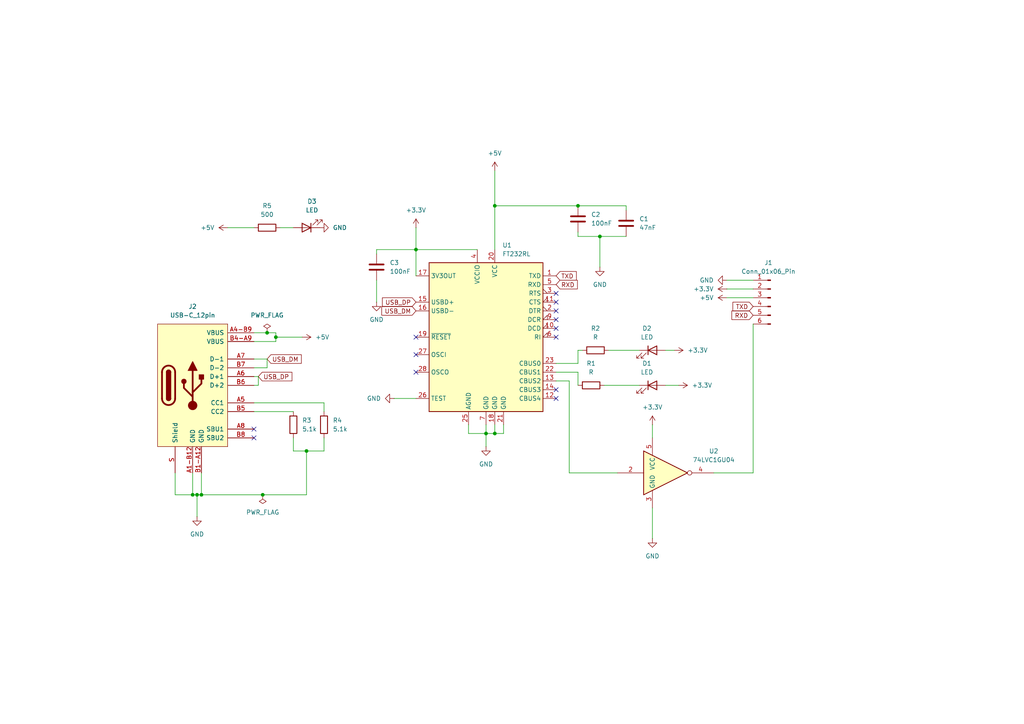
<source format=kicad_sch>
(kicad_sch (version 20231120) (generator "eeschema") (generator_version "8.0")
  (paper "A4")
  (lib_symbols
    (symbol "74xGxx:74LVC1GU04"
      (property "Reference" "U" (at -2.54 3.81 0))
      (property "Value" "74LVC1GU04" (at 0 -3.81 0))
      (symbol "74LVC1GU04_0_1"
        (polyline (pts (xy -7.62 6.35) (xy -7.62 -6.35) (xy 5.08 0) (xy -7.62 6.35)) (stroke (width 0.254)) (fill (type background)))
      )
      (symbol "74LVC1GU04_1_1"
        (pin input line (at -15.24 0 0) (length 7.62) (name "~") (number "2"))
        (pin power_in line (at -5.08 -10.16 90) (length 5.08) (name "GND") (number "3"))
        (pin output inverted (at 12.7 0 180) (length 7.62) (name "~") (number "4"))
        (pin power_in line (at -5.08 10.16 270) (length 5.08) (name "VCC") (number "5"))
      )
    )
    (symbol "Connector:Conn_01x06_Pin" (pin_names (offset 1.016) hide)
      (property "Reference" "J" (at 0 7.62 0))
      (property "Value" "Conn_01x06_Pin" (at 0 -10.16 0))
      (symbol "Conn_01x06_Pin_1_1"
        (polyline (pts (xy 1.27 -7.62) (xy 0.8636 -7.62)) (stroke (width 0.1524)))
        (polyline (pts (xy 1.27 -5.08) (xy 0.8636 -5.08)) (stroke (width 0.1524)))
        (polyline (pts (xy 1.27 -2.54) (xy 0.8636 -2.54)) (stroke (width 0.1524)))
        (polyline (pts (xy 1.27 0) (xy 0.8636 0)) (stroke (width 0.1524)))
        (polyline (pts (xy 1.27 2.54) (xy 0.8636 2.54)) (stroke (width 0.1524)))
        (polyline (pts (xy 1.27 5.08) (xy 0.8636 5.08)) (stroke (width 0.1524)))
        (rectangle (start 0.8636 -7.493) (end 0 -7.747) (stroke (width 0.1524)) (fill (type outline)))
        (rectangle (start 0.8636 -4.953) (end 0 -5.207) (stroke (width 0.1524)) (fill (type outline)))
        (rectangle (start 0.8636 -2.413) (end 0 -2.667) (stroke (width 0.1524)) (fill (type outline)))
        (rectangle (start 0.8636 0.127) (end 0 -0.127) (stroke (width 0.1524)) (fill (type outline)))
        (rectangle (start 0.8636 2.667) (end 0 2.413) (stroke (width 0.1524)) (fill (type outline)))
        (rectangle (start 0.8636 5.207) (end 0 4.953) (stroke (width 0.1524)) (fill (type outline)))
        (pin passive line (at 5.08 5.08 180) (length 3.81) (name "Pin_1") (number "1"))
        (pin passive line (at 5.08 2.54 180) (length 3.81) (name "Pin_2") (number "2"))
        (pin passive line (at 5.08 0 180) (length 3.81) (name "Pin_3") (number "3"))
        (pin passive line (at 5.08 -2.54 180) (length 3.81) (name "Pin_4") (number "4"))
        (pin passive line (at 5.08 -5.08 180) (length 3.81) (name "Pin_5") (number "5"))
        (pin passive line (at 5.08 -7.62 180) (length 3.81) (name "Pin_6") (number "6"))
      )
    )
    (symbol "Device:C" (pin_numbers hide) (pin_names (offset 0.254))
      (property "Reference" "C" (at 0.635 2.54 0))
      (property "Value" "C" (at 0.635 -2.54 0))
      (symbol "C_0_1"
        (polyline (pts (xy -2.032 -0.762) (xy 2.032 -0.762)) (stroke (width 0.508)))
        (polyline (pts (xy -2.032 0.762) (xy 2.032 0.762)) (stroke (width 0.508)))
      )
      (symbol "C_1_1"
        (pin passive line (at 0 3.81 270) (length 2.794) (name "~") (number "1"))
        (pin passive line (at 0 -3.81 90) (length 2.794) (name "~") (number "2"))
      )
    )
    (symbol "Device:LED" (pin_numbers hide) (pin_names (offset 1.016) hide)
      (property "Reference" "D" (at 0 2.54 0))
      (property "Value" "LED" (at 0 -2.54 0))
      (symbol "LED_0_1"
        (polyline (pts (xy -1.27 -1.27) (xy -1.27 1.27)) (stroke (width 0.254)))
        (polyline (pts (xy -1.27 0) (xy 1.27 0)))
        (polyline (pts (xy 1.27 -1.27) (xy 1.27 1.27) (xy -1.27 0) (xy 1.27 -1.27)) (stroke (width 0.254)))
        (polyline (pts (xy -3.048 -0.762) (xy -4.572 -2.286) (xy -3.81 -2.286) (xy -4.572 -2.286) (xy -4.572 -1.524)))
        (polyline (pts (xy -1.778 -0.762) (xy -3.302 -2.286) (xy -2.54 -2.286) (xy -3.302 -2.286) (xy -3.302 -1.524)))
      )
      (symbol "LED_1_1"
        (pin passive line (at -3.81 0 0) (length 2.54) (name "K") (number "1"))
        (pin passive line (at 3.81 0 180) (length 2.54) (name "A") (number "2"))
      )
    )
    (symbol "Device:R" (pin_numbers hide) (pin_names (offset 0))
      (property "Reference" "R" (at 2.032 0 90))
      (property "Value" "R" (at 0 0 90))
      (symbol "R_0_1"
        (rectangle (start -1.016 -2.54) (end 1.016 2.54) (stroke (width 0.254)))
      )
      (symbol "R_1_1"
        (pin passive line (at 0 3.81 270) (length 1.27) (name "~") (number "1"))
        (pin passive line (at 0 -3.81 90) (length 1.27) (name "~") (number "2"))
      )
    )
    (symbol "ENAC_robotique:USB-C_12pin" (pin_names (offset 1.016))
      (property "Reference" "J" (at -10.16 19.05 0))
      (property "Value" "USB-C_12pin" (at 10.16 20.32 0))
      (symbol "USB-C_12pin_0_1"
        (rectangle (start -10.16 17.78) (end 10.16 -17.78) (stroke (width 0.1524)) (fill (type background)))
        (arc (start -8.89 -3.81) (mid -6.985 -5.7067) (end -5.08 -3.81) (stroke (width 0.508)))
        (arc (start -7.62 -3.81) (mid -6.985 -4.4423) (end -6.35 -3.81) (stroke (width 0.254)))
        (arc (start -7.62 -3.81) (mid -6.985 -4.4423) (end -6.35 -3.81) (stroke (width 0.254)) (fill (type outline)))
        (rectangle (start -7.62 -3.81) (end -6.35 3.81) (stroke (width 0.254)) (fill (type outline)))
        (arc (start -6.35 3.81) (mid -6.985 4.4423) (end -7.62 3.81) (stroke (width 0.254)))
        (arc (start -6.35 3.81) (mid -6.985 4.4423) (end -7.62 3.81) (stroke (width 0.254)) (fill (type outline)))
        (arc (start -5.08 3.81) (mid -6.985 5.7067) (end -8.89 3.81) (stroke (width 0.508)))
        (circle (center -2.54 1.143) (radius 0.635) (stroke (width 0.254)) (fill (type outline)))
        (circle (center 0 -5.842) (radius 1.27) (fill (type outline)))
        (polyline (pts (xy -8.89 -3.81) (xy -8.89 3.81)) (stroke (width 0.508)))
        (polyline (pts (xy -5.08 3.81) (xy -5.08 -3.81)) (stroke (width 0.508)))
        (polyline (pts (xy 0 -5.842) (xy 0 4.318)) (stroke (width 0.508)))
        (polyline (pts (xy 0 -3.302) (xy -2.54 -0.762) (xy -2.54 0.508)) (stroke (width 0.508)))
        (polyline (pts (xy 0 -2.032) (xy 2.54 0.508) (xy 2.54 1.778)) (stroke (width 0.508)))
        (polyline (pts (xy -1.27 4.318) (xy 0 6.858) (xy 1.27 4.318) (xy -1.27 4.318)) (stroke (width 0.254)) (fill (type outline)))
        (rectangle (start 1.905 1.778) (end 3.175 3.048) (stroke (width 0.254)) (fill (type outline)))
      )
      (symbol "USB-C_12pin_1_1"
        (pin passive line (at 0 -25.4 90) (length 7.62) (name "GND") (number "A1-B12"))
        (pin passive line (at 17.78 15.24 180) (length 7.62) (name "VBUS") (number "A4-B9"))
        (pin bidirectional line (at 17.78 -5.08 180) (length 7.62) (name "CC1") (number "A5"))
        (pin bidirectional line (at 17.78 2.54 180) (length 7.62) (name "D+1") (number "A6"))
        (pin bidirectional line (at 17.78 7.62 180) (length 7.62) (name "D-1") (number "A7"))
        (pin bidirectional line (at 17.78 -12.7 180) (length 7.62) (name "SBU1") (number "A8"))
        (pin passive line (at 2.54 -25.4 90) (length 7.62) (name "GND") (number "B1-A12"))
        (pin passive line (at 17.78 12.7 180) (length 7.62) (name "VBUS") (number "B4-A9"))
        (pin bidirectional line (at 17.78 -7.62 180) (length 7.62) (name "CC2") (number "B5"))
        (pin bidirectional line (at 17.78 0 180) (length 7.62) (name "D+2") (number "B6"))
        (pin bidirectional line (at 17.78 5.08 180) (length 7.62) (name "D-2") (number "B7"))
        (pin bidirectional line (at 17.78 -15.24 180) (length 7.62) (name "SBU2") (number "B8"))
        (pin passive line (at -5.08 -25.4 90) (length 7.62) (name "Shield") (number "S"))
      )
    )
    (symbol "Interface_USB:FT232RL"
      (property "Reference" "U" (at -16.51 22.86 0))
      (property "Value" "FT232RL" (at 10.16 22.86 0))
      (symbol "FT232RL_0_1"
        (rectangle (start -16.51 21.59) (end 16.51 -21.59) (stroke (width 0.254)) (fill (type background)))
      )
      (symbol "FT232RL_1_1"
        (pin output line (at 20.32 17.78 180) (length 3.81) (name "TXD") (number "1"))
        (pin input input_low (at 20.32 2.54 180) (length 3.81) (name "DCD") (number "10"))
        (pin input input_low (at 20.32 10.16 180) (length 3.81) (name "CTS") (number "11"))
        (pin bidirectional line (at 20.32 -17.78 180) (length 3.81) (name "CBUS4") (number "12"))
        (pin bidirectional line (at 20.32 -12.7 180) (length 3.81) (name "CBUS2") (number "13"))
        (pin bidirectional line (at 20.32 -15.24 180) (length 3.81) (name "CBUS3") (number "14"))
        (pin bidirectional line (at -20.32 10.16 0) (length 3.81) (name "USBD+") (number "15"))
        (pin bidirectional line (at -20.32 7.62 0) (length 3.81) (name "USBD-") (number "16"))
        (pin power_out line (at -20.32 17.78 0) (length 3.81) (name "3V3OUT") (number "17"))
        (pin power_in line (at 2.54 -25.4 90) (length 3.81) (name "GND") (number "18"))
        (pin input line (at -20.32 0 0) (length 3.81) (name "~{RESET}") (number "19"))
        (pin output output_low (at 20.32 7.62 180) (length 3.81) (name "DTR") (number "2"))
        (pin power_in line (at 2.54 25.4 270) (length 3.81) (name "VCC") (number "20"))
        (pin power_in line (at 5.08 -25.4 90) (length 3.81) (name "GND") (number "21"))
        (pin bidirectional line (at 20.32 -10.16 180) (length 3.81) (name "CBUS1") (number "22"))
        (pin bidirectional line (at 20.32 -7.62 180) (length 3.81) (name "CBUS0") (number "23"))
        (pin power_in line (at -5.08 -25.4 90) (length 3.81) (name "AGND") (number "25"))
        (pin input line (at -20.32 -17.78 0) (length 3.81) (name "TEST") (number "26"))
        (pin input line (at -20.32 -5.08 0) (length 3.81) (name "OSCI") (number "27"))
        (pin output line (at -20.32 -10.16 0) (length 3.81) (name "OSCO") (number "28"))
        (pin output output_low (at 20.32 12.7 180) (length 3.81) (name "RTS") (number "3"))
        (pin power_in line (at -2.54 25.4 270) (length 3.81) (name "VCCIO") (number "4"))
        (pin input line (at 20.32 15.24 180) (length 3.81) (name "RXD") (number "5"))
        (pin input input_low (at 20.32 0 180) (length 3.81) (name "RI") (number "6"))
        (pin power_in line (at 0 -25.4 90) (length 3.81) (name "GND") (number "7"))
        (pin input input_low (at 20.32 5.08 180) (length 3.81) (name "DCR") (number "9"))
      )
    )
    (symbol "power:+3.3V" (power) (pin_numbers hide) (pin_names (offset 0) hide)
      (property "Value" "+3.3V" (at 0 3.556 0))
      (symbol "+3.3V_0_1"
        (polyline (pts (xy -0.762 1.27) (xy 0 2.54)))
        (polyline (pts (xy 0 0) (xy 0 2.54)))
        (polyline (pts (xy 0 2.54) (xy 0.762 1.27)))
      )
      (symbol "+3.3V_1_1"
        (pin power_in line (at 0 0 90) (length 0) (name "~") (number "1"))
      )
    )
    (symbol "power:+5V" (power) (pin_numbers hide) (pin_names (offset 0) hide)
      (property "Value" "+5V" (at 0 3.556 0))
      (symbol "+5V_0_1"
        (polyline (pts (xy -0.762 1.27) (xy 0 2.54)))
        (polyline (pts (xy 0 0) (xy 0 2.54)))
        (polyline (pts (xy 0 2.54) (xy 0.762 1.27)))
      )
      (symbol "+5V_1_1"
        (pin power_in line (at 0 0 90) (length 0) (name "~") (number "1"))
      )
    )
    (symbol "power:GND" (power) (pin_numbers hide) (pin_names (offset 0) hide)
      (property "Value" "GND" (at 0 -3.81 0))
      (symbol "GND_0_1"
        (polyline (pts (xy 0 0) (xy 0 -1.27) (xy 1.27 -1.27) (xy 0 -2.54) (xy -1.27 -1.27) (xy 0 -1.27)))
      )
      (symbol "GND_1_1"
        (pin power_in line (at 0 0 270) (length 0) (name "~") (number "1"))
      )
    )
    (symbol "power:PWR_FLAG" (power) (pin_numbers hide) (pin_names (offset 0) hide)
      (property "Value" "PWR_FLAG" (at 0 3.81 0))
      (symbol "PWR_FLAG_0_0"
        (pin power_out line (at 0 0 90) (length 0) (name "~") (number "1"))
      )
      (symbol "PWR_FLAG_0_1"
        (polyline (pts (xy 0 0) (xy 0 1.27) (xy -1.016 1.905) (xy 0 2.54) (xy 1.016 1.905) (xy 0 1.27)))
      )
    )
  )
  (junction (at 143.51 59.69))
  (junction (at 80.01 97.79))
  (junction (at 173.99 68.58))
  (junction (at 120.65 72.39))
  (junction (at 140.97 125.73))
  (junction (at 167.64 59.69))
  (junction (at 77.47 96.52))
  (junction (at 88.9 130.81))
  (junction (at 143.51 125.73))
  (junction (at 57.15 143.51))
  (junction (at 55.88 143.51))
  (junction (at 76.2 143.51))
  (junction (at 58.42 143.51))
  (no_connect (at 120.65 107.95))
  (no_connect (at 73.66 127))
  (no_connect (at 73.66 124.46))
  (no_connect (at 161.29 90.17))
  (no_connect (at 161.29 95.25))
  (no_connect (at 120.65 102.87))
  (no_connect (at 161.29 87.63))
  (no_connect (at 161.29 113.03))
  (no_connect (at 161.29 85.09))
  (no_connect (at 161.29 97.79))
  (no_connect (at 161.29 115.57))
  (no_connect (at 161.29 92.71))
  (no_connect (at 120.65 97.79))
  (wire (pts (xy 80.01 97.79) (xy 87.63 97.79)))
  (wire (pts (xy 161.29 110.49) (xy 165.1 110.49)))
  (wire (pts (xy 55.88 143.51) (xy 55.88 137.16)))
  (wire (pts (xy 73.66 96.52) (xy 77.47 96.52)))
  (wire (pts (xy 50.8 143.51) (xy 55.88 143.51)))
  (wire (pts (xy 58.42 137.16) (xy 58.42 143.51)))
  (wire (pts (xy 58.42 143.51) (xy 57.15 143.51)))
  (wire (pts (xy 80.01 96.52) (xy 80.01 97.79)))
  (wire (pts (xy 165.1 110.49) (xy 165.1 137.16)))
  (wire (pts (xy 167.64 107.95) (xy 167.64 111.76)))
  (wire (pts (xy 76.2 143.51) (xy 58.42 143.51)))
  (wire (pts (xy 165.1 137.16) (xy 179.07 137.16)))
  (wire (pts (xy 77.47 96.52) (xy 80.01 96.52)))
  (wire (pts (xy 93.98 127) (xy 93.98 130.81)))
  (wire (pts (xy 143.51 49.53) (xy 143.51 59.69)))
  (wire (pts (xy 207.01 137.16) (xy 218.44 137.16)))
  (wire (pts (xy 176.53 101.6) (xy 185.42 101.6)))
  (wire (pts (xy 168.91 101.6) (xy 167.64 101.6)))
  (wire (pts (xy 167.64 59.69) (xy 143.51 59.69)))
  (wire (pts (xy 167.64 68.58) (xy 173.99 68.58)))
  (wire (pts (xy 173.99 77.47) (xy 173.99 68.58)))
  (wire (pts (xy 50.8 137.16) (xy 50.8 143.51)))
  (wire (pts (xy 57.15 143.51) (xy 57.15 149.86)))
  (wire (pts (xy 161.29 107.95) (xy 167.64 107.95)))
  (wire (pts (xy 143.51 125.73) (xy 143.51 123.19)))
  (wire (pts (xy 120.65 72.39) (xy 138.43 72.39)))
  (wire (pts (xy 167.64 68.58) (xy 167.64 67.31)))
  (wire (pts (xy 73.66 111.76) (xy 74.93 111.76)))
  (wire (pts (xy 146.05 125.73) (xy 146.05 123.19)))
  (wire (pts (xy 88.9 130.81) (xy 88.9 143.51)))
  (wire (pts (xy 140.97 125.73) (xy 140.97 123.19)))
  (wire (pts (xy 73.66 119.38) (xy 85.09 119.38)))
  (wire (pts (xy 88.9 143.51) (xy 76.2 143.51)))
  (wire (pts (xy 181.61 59.69) (xy 181.61 60.96)))
  (wire (pts (xy 120.65 66.04) (xy 120.65 72.39)))
  (wire (pts (xy 218.44 93.98) (xy 218.44 137.16)))
  (wire (pts (xy 140.97 125.73) (xy 140.97 129.54)))
  (wire (pts (xy 80.01 97.79) (xy 80.01 99.06)))
  (wire (pts (xy 143.51 59.69) (xy 143.51 72.39)))
  (wire (pts (xy 140.97 125.73) (xy 143.51 125.73)))
  (wire (pts (xy 135.89 123.19) (xy 135.89 125.73)))
  (wire (pts (xy 93.98 116.84) (xy 93.98 119.38)))
  (wire (pts (xy 173.99 68.58) (xy 181.61 68.58)))
  (wire (pts (xy 80.01 99.06) (xy 73.66 99.06)))
  (wire (pts (xy 73.66 109.22) (xy 74.93 109.22)))
  (wire (pts (xy 109.22 81.28) (xy 109.22 87.63)))
  (wire (pts (xy 88.9 130.81) (xy 85.09 130.81)))
  (wire (pts (xy 193.04 101.6) (xy 195.58 101.6)))
  (wire (pts (xy 167.64 59.69) (xy 181.61 59.69)))
  (wire (pts (xy 210.82 83.82) (xy 218.44 83.82)))
  (wire (pts (xy 77.47 106.68) (xy 77.47 104.14)))
  (wire (pts (xy 85.09 130.81) (xy 85.09 127)))
  (wire (pts (xy 74.93 109.22) (xy 74.93 111.76)))
  (wire (pts (xy 210.82 86.36) (xy 218.44 86.36)))
  (wire (pts (xy 175.26 111.76) (xy 185.42 111.76)))
  (wire (pts (xy 73.66 116.84) (xy 93.98 116.84)))
  (wire (pts (xy 120.65 80.01) (xy 120.65 72.39)))
  (wire (pts (xy 93.98 130.81) (xy 88.9 130.81)))
  (wire (pts (xy 140.97 125.73) (xy 135.89 125.73)))
  (wire (pts (xy 167.64 105.41) (xy 161.29 105.41)))
  (wire (pts (xy 193.04 111.76) (xy 196.85 111.76)))
  (wire (pts (xy 114.3 115.57) (xy 120.65 115.57)))
  (wire (pts (xy 167.64 101.6) (xy 167.64 105.41)))
  (wire (pts (xy 189.23 123.19) (xy 189.23 127)))
  (wire (pts (xy 73.66 66.04) (xy 66.04 66.04)))
  (wire (pts (xy 210.82 81.28) (xy 218.44 81.28)))
  (wire (pts (xy 81.28 66.04) (xy 85.09 66.04)))
  (wire (pts (xy 189.23 147.32) (xy 189.23 156.21)))
  (wire (pts (xy 120.65 72.39) (xy 109.22 72.39)))
  (wire (pts (xy 57.15 143.51) (xy 55.88 143.51)))
  (wire (pts (xy 73.66 106.68) (xy 77.47 106.68)))
  (wire (pts (xy 77.47 104.14) (xy 73.66 104.14)))
  (wire (pts (xy 109.22 72.39) (xy 109.22 73.66)))
  (wire (pts (xy 143.51 125.73) (xy 146.05 125.73)))
  (global_label "TXD" (shape input) (at 161.29 80.01 0) (property "Intersheetrefs" "${INTERSHEET_REFS}" (effects (hide yes))))
  (global_label "RXD" (shape input) (at 161.29 82.55 0) (property "Intersheetrefs" "${INTERSHEET_REFS}" (effects (hide yes))))
  (global_label "USB_DM" (shape input) (at 77.47 104.14 0) (property "Intersheetrefs" "${INTERSHEET_REFS}" (effects (hide yes))))
  (global_label "USB_DP" (shape input) (at 120.65 87.63 180) (property "Intersheetrefs" "${INTERSHEET_REFS}" (effects (hide yes))))
  (global_label "USB_DM" (shape input) (at 120.65 90.17 180) (property "Intersheetrefs" "${INTERSHEET_REFS}" (effects (hide yes))))
  (global_label "TXD" (shape input) (at 218.44 88.9 180) (property "Intersheetrefs" "${INTERSHEET_REFS}" (effects (hide yes))))
  (global_label "RXD" (shape input) (at 218.44 91.44 180) (property "Intersheetrefs" "${INTERSHEET_REFS}" (effects (hide yes))))
  (global_label "USB_DP" (shape input) (at 74.93 109.22 0) (property "Intersheetrefs" "${INTERSHEET_REFS}" (effects (hide yes))))
  (symbol (lib_id "Connector:Conn_01x06_Pin") (at 223.52 86.36 0) (mirror y) (unit 1)
    (property "Reference" "J1" (at 222.885 76.2 0))
    (property "Value" "Conn_01x06_Pin" (at 222.885 78.74 0))
    (property "Footprint" "Connector_Molex:Molex_PicoBlade_53047-0610_1x06_P1.25mm_Vertical" (effects (hide yes)))
    (property "Description" "Generic connector, single row, 01x06, script generated" (effects (hide yes)))
  )
  (symbol (lib_id "power:GND") (at 109.22 87.63 0) (unit 1)
    (property "Reference" "#PWR02" (effects (hide yes)))
    (property "Value" "GND" (at 109.22 92.71 0))
    (property "Description" "Power symbol creates a global label with name \"GND\" , ground" (effects (hide yes)))
  )
  (symbol (lib_id "power:PWR_FLAG") (at 76.2 143.51 180) (unit 1)
    (property "Reference" "#FLG02" (effects (hide yes)))
    (property "Value" "PWR_FLAG" (at 76.2 148.59 0))
    (property "Description" "Special symbol for telling ERC where power comes from" (effects (hide yes)))
  )
  (symbol (lib_id "power:GND") (at 92.71 66.04 90) (unit 1)
    (property "Reference" "#PWR017" (effects (hide yes)))
    (property "Value" "GND" (at 96.52 66.0399 90) (effects (justify right)))
    (property "Description" "Power symbol creates a global label with name \"GND\" , ground" (effects (hide yes)))
  )
  (symbol (lib_id "power:+5V") (at 143.51 49.53 0) (unit 1)
    (property "Reference" "#PWR015" (effects (hide yes)))
    (property "Value" "+5V" (at 143.51 44.45 0))
    (property "Description" "Power symbol creates a global label with name \"+5V\"" (effects (hide yes)))
  )
  (symbol (lib_id "power:GND") (at 173.99 77.47 0) (unit 1)
    (property "Reference" "#PWR03" (effects (hide yes)))
    (property "Value" "GND" (at 173.99 82.55 0))
    (property "Description" "Power symbol creates a global label with name \"GND\" , ground" (effects (hide yes)))
  )
  (symbol (lib_id "power:PWR_FLAG") (at 77.47 96.52 0) (unit 1)
    (property "Reference" "#FLG01" (effects (hide yes)))
    (property "Value" "PWR_FLAG" (at 77.47 91.44 0))
    (property "Description" "Special symbol for telling ERC where power comes from" (effects (hide yes)))
  )
  (symbol (lib_id "power:+3.3V") (at 120.65 66.04 0) (unit 1)
    (property "Reference" "#PWR07" (effects (hide yes)))
    (property "Value" "+3.3V" (at 120.65 60.96 0))
    (property "Description" "Power symbol creates a global label with name \"+3.3V\"" (effects (hide yes)))
  )
  (symbol (lib_id "Device:C") (at 109.22 77.47 0) (unit 1)
    (property "Reference" "C3" (at 113.03 76.1999 0) (effects (justify left)))
    (property "Value" "100nF" (at 113.03 78.7399 0) (effects (justify left)))
    (property "Footprint" "Capacitor_SMD:C_0603_1608Metric" (effects (hide yes)))
    (property "Description" "Unpolarized capacitor" (effects (hide yes)))
  )
  (symbol (lib_id "74xGxx:74LVC1GU04") (at 194.31 137.16 0) (unit 1)
    (property "Reference" "U2" (at 207.01 130.8414 0))
    (property "Value" "74LVC1GU04" (at 207.01 133.3814 0))
    (property "Footprint" "Package_TO_SOT_SMD:SOT-353_SC-70-5" (effects (hide yes)))
    (property "Datasheet" "http://www.ti.com/lit/sg/scyt129e/scyt129e.pdf" (effects (hide yes)))
    (property "Description" "74LVC1G04, Single NOT Gate, Low-Voltage CMOS" (effects (hide yes)))
  )
  (symbol (lib_id "Device:LED") (at 189.23 101.6 0) (unit 1)
    (property "Reference" "D2" (at 187.6425 95.25 0))
    (property "Value" "LED" (at 187.6425 97.79 0))
    (property "Footprint" "LED_SMD:LED_0603_1608Metric" (effects (hide yes)))
    (property "Description" "Light emitting diode" (effects (hide yes)))
  )
  (symbol (lib_id "Device:R") (at 85.09 123.19 0) (unit 1)
    (property "Reference" "R3" (at 87.63 121.9199 0) (effects (justify left)))
    (property "Value" "5.1k" (at 87.63 124.4599 0) (effects (justify left)))
    (property "Footprint" "Resistor_SMD:R_0603_1608Metric" (effects (hide yes)))
    (property "Description" "Resistor" (effects (hide yes)))
  )
  (symbol (lib_id "Device:R") (at 93.98 123.19 0) (unit 1)
    (property "Reference" "R4" (at 96.52 121.9199 0) (effects (justify left)))
    (property "Value" "5.1k" (at 96.52 124.4599 0) (effects (justify left)))
    (property "Footprint" "Resistor_SMD:R_0603_1608Metric" (effects (hide yes)))
    (property "Description" "Resistor" (effects (hide yes)))
  )
  (symbol (lib_id "power:GND") (at 140.97 129.54 0) (unit 1)
    (property "Reference" "#PWR01" (effects (hide yes)))
    (property "Value" "GND" (at 140.97 134.62 0))
    (property "Description" "Power symbol creates a global label with name \"GND\" , ground" (effects (hide yes)))
  )
  (symbol (lib_id "ENAC_robotique:USB-C_12pin") (at 55.88 111.76 0) (unit 1)
    (property "Reference" "J2" (at 55.88 88.9 0))
    (property "Value" "USB-C_12pin" (at 55.88 91.44 0))
    (property "Footprint" "ENAC_robotique:USB-C_HRO_C-31-M-12" (effects (hide yes)))
    (property "Description" "USB 2.0 only Type-C Receptacle connector" (effects (hide yes)))
  )
  (symbol (lib_id "power:GND") (at 189.23 156.21 0) (unit 1)
    (property "Reference" "#PWR012" (effects (hide yes)))
    (property "Value" "GND" (at 189.23 161.29 0))
    (property "Description" "Power symbol creates a global label with name \"GND\" , ground" (effects (hide yes)))
  )
  (symbol (lib_id "power:+3.3V") (at 210.82 83.82 90) (unit 1)
    (property "Reference" "#PWR09" (effects (hide yes)))
    (property "Value" "+3.3V" (at 207.01 83.8199 90) (effects (justify left)))
    (property "Description" "Power symbol creates a global label with name \"+3.3V\"" (effects (hide yes)))
  )
  (symbol (lib_id "power:GND") (at 210.82 81.28 270) (unit 1)
    (property "Reference" "#PWR08" (effects (hide yes)))
    (property "Value" "GND" (at 207.01 81.2799 90) (effects (justify right)))
    (property "Description" "Power symbol creates a global label with name \"GND\" , ground" (effects (hide yes)))
  )
  (symbol (lib_id "Device:C") (at 181.61 64.77 0) (unit 1)
    (property "Reference" "C1" (at 185.42 63.4999 0) (effects (justify left)))
    (property "Value" "47nF" (at 185.42 66.0399 0) (effects (justify left)))
    (property "Footprint" "Capacitor_SMD:C_0603_1608Metric" (effects (hide yes)))
    (property "Description" "Unpolarized capacitor" (effects (hide yes)))
  )
  (symbol (lib_id "power:GND") (at 57.15 149.86 0) (unit 1)
    (property "Reference" "#PWR014" (effects (hide yes)))
    (property "Value" "GND" (at 57.15 154.94 0))
    (property "Description" "Power symbol creates a global label with name \"GND\" , ground" (effects (hide yes)))
  )
  (symbol (lib_id "power:+5V") (at 66.04 66.04 90) (unit 1)
    (property "Reference" "#PWR016" (effects (hide yes)))
    (property "Value" "+5V" (at 62.23 66.0401 90) (effects (justify left)))
    (property "Description" "Power symbol creates a global label with name \"+5V\"" (effects (hide yes)))
  )
  (symbol (lib_id "power:+3.3V") (at 189.23 123.19 0) (unit 1)
    (property "Reference" "#PWR011" (effects (hide yes)))
    (property "Value" "+3.3V" (at 189.23 118.11 0))
    (property "Description" "Power symbol creates a global label with name \"+3.3V\"" (effects (hide yes)))
  )
  (symbol (lib_id "Device:C") (at 167.64 63.5 0) (unit 1)
    (property "Reference" "C2" (at 171.45 62.2299 0) (effects (justify left)))
    (property "Value" "100nF" (at 171.45 64.7699 0) (effects (justify left)))
    (property "Footprint" "Capacitor_SMD:C_0603_1608Metric" (effects (hide yes)))
    (property "Description" "Unpolarized capacitor" (effects (hide yes)))
  )
  (symbol (lib_id "power:GND") (at 114.3 115.57 270) (unit 1)
    (property "Reference" "#PWR06" (effects (hide yes)))
    (property "Value" "GND" (at 110.49 115.5699 90) (effects (justify right)))
    (property "Description" "Power symbol creates a global label with name \"GND\" , ground" (effects (hide yes)))
  )
  (symbol (lib_id "power:+5V") (at 210.82 86.36 90) (unit 1)
    (property "Reference" "#PWR010" (effects (hide yes)))
    (property "Value" "+5V" (at 207.01 86.3599 90) (effects (justify left)))
    (property "Description" "Power symbol creates a global label with name \"+5V\"" (effects (hide yes)))
  )
  (symbol (lib_id "power:+5V") (at 87.63 97.79 270) (unit 1)
    (property "Reference" "#PWR013" (effects (hide yes)))
    (property "Value" "+5V" (at 91.44 97.7899 90) (effects (justify left)))
    (property "Description" "Power symbol creates a global label with name \"+5V\"" (effects (hide yes)))
  )
  (symbol (lib_id "Device:LED") (at 88.9 66.04 180) (unit 1)
    (property "Reference" "D3" (at 90.4875 58.42 0))
    (property "Value" "LED" (at 90.4875 60.96 0))
    (property "Footprint" "LED_SMD:LED_0603_1608Metric" (effects (hide yes)))
    (property "Description" "Light emitting diode" (effects (hide yes)))
  )
  (symbol (lib_id "Device:R") (at 77.47 66.04 90) (unit 1)
    (property "Reference" "R5" (at 77.47 59.69 90))
    (property "Value" "500" (at 77.47 62.23 90))
    (property "Footprint" "Resistor_SMD:R_0603_1608Metric" (effects (hide yes)))
    (property "Description" "Resistor" (effects (hide yes)))
  )
  (symbol (lib_id "Device:R") (at 171.45 111.76 270) (unit 1)
    (property "Reference" "R1" (at 171.45 105.41 90))
    (property "Value" "R" (at 171.45 107.95 90))
    (property "Footprint" "Resistor_SMD:R_0603_1608Metric" (effects (hide yes)))
    (property "Description" "Resistor" (effects (hide yes)))
  )
  (symbol (lib_id "power:+3.3V") (at 196.85 111.76 270) (unit 1)
    (property "Reference" "#PWR04" (effects (hide yes)))
    (property "Value" "+3.3V" (at 200.66 111.7599 90) (effects (justify left)))
    (property "Description" "Power symbol creates a global label with name \"+3.3V\"" (effects (hide yes)))
  )
  (symbol (lib_id "Device:R") (at 172.72 101.6 90) (unit 1)
    (property "Reference" "R2" (at 172.72 95.25 90))
    (property "Value" "R" (at 172.72 97.79 90))
    (property "Footprint" "Resistor_SMD:R_0603_1608Metric" (effects (hide yes)))
    (property "Description" "Resistor" (effects (hide yes)))
  )
  (symbol (lib_id "Device:LED") (at 189.23 111.76 0) (unit 1)
    (property "Reference" "D1" (at 187.6425 105.41 0))
    (property "Value" "LED" (at 187.6425 107.95 0))
    (property "Footprint" "LED_SMD:LED_0603_1608Metric" (effects (hide yes)))
    (property "Description" "Light emitting diode" (effects (hide yes)))
  )
  (symbol (lib_id "Interface_USB:FT232RL") (at 140.97 97.79 0) (unit 1)
    (property "Reference" "U1" (at 145.7041 71.12 0) (effects (justify left)))
    (property "Value" "FT232RL" (at 145.7041 73.66 0) (effects (justify left)))
    (property "Footprint" "Package_SO:SSOP-28_5.3x10.2mm_P0.65mm" (effects (hide yes)))
    (property "Datasheet" "https://www.ftdichip.com/Support/Documents/DataSheets/ICs/DS_FT232R.pdf" (effects (hide yes)))
    (property "Description" "USB to Serial Interface, SSOP-28" (effects (hide yes)))
  )
  (symbol (lib_id "power:+3.3V") (at 195.58 101.6 270) (unit 1)
    (property "Reference" "#PWR05" (effects (hide yes)))
    (property "Value" "+3.3V" (at 199.39 101.5999 90) (effects (justify left)))
    (property "Description" "Power symbol creates a global label with name \"+3.3V\"" (effects (hide yes)))
  )
)
</source>
